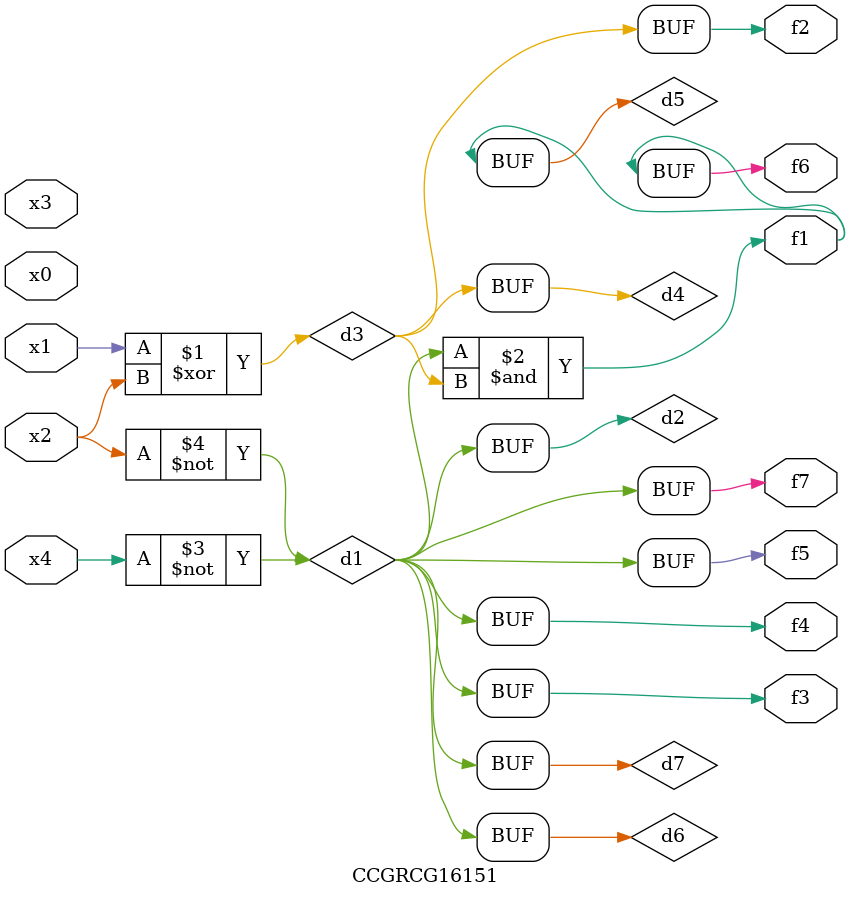
<source format=v>
module CCGRCG16151(
	input x0, x1, x2, x3, x4,
	output f1, f2, f3, f4, f5, f6, f7
);

	wire d1, d2, d3, d4, d5, d6, d7;

	not (d1, x4);
	not (d2, x2);
	xor (d3, x1, x2);
	buf (d4, d3);
	and (d5, d1, d3);
	buf (d6, d1, d2);
	buf (d7, d2);
	assign f1 = d5;
	assign f2 = d4;
	assign f3 = d7;
	assign f4 = d7;
	assign f5 = d7;
	assign f6 = d5;
	assign f7 = d7;
endmodule

</source>
